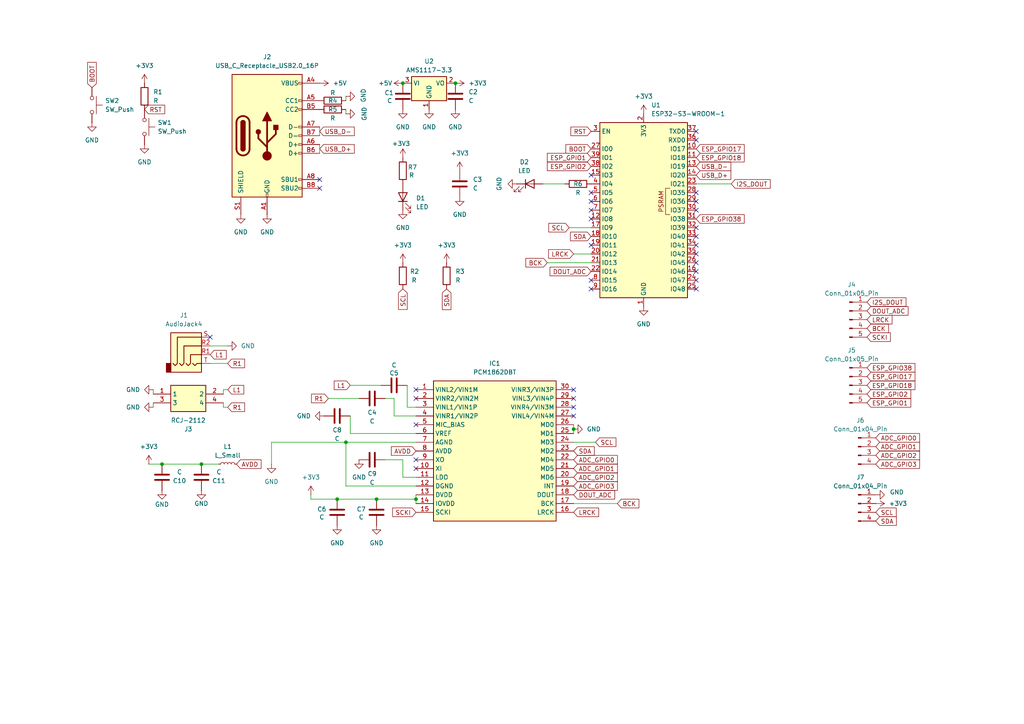
<source format=kicad_sch>
(kicad_sch (version 20231120) (generator "eeschema") (generator_version "8.0")
  (paper "A4")
  (lib_symbols
    (symbol "Connector:Conn_01x04_Pin" (pin_names (offset 1.016) hide)
      (property "Reference" "J" (at 0 5.08 0))
      (property "Value" "Conn_01x04_Pin" (at 0 -7.62 0))
      (symbol "Conn_01x04_Pin_1_1"
        (polyline (pts (xy 1.27 -5.08) (xy 0.8636 -5.08)) (stroke (width 0.1524)))
        (polyline (pts (xy 1.27 -2.54) (xy 0.8636 -2.54)) (stroke (width 0.1524)))
        (polyline (pts (xy 1.27 0) (xy 0.8636 0)) (stroke (width 0.1524)))
        (polyline (pts (xy 1.27 2.54) (xy 0.8636 2.54)) (stroke (width 0.1524)))
        (rectangle (start 0.8636 -4.953) (end 0 -5.207) (stroke (width 0.1524)) (fill (type outline)))
        (rectangle (start 0.8636 -2.413) (end 0 -2.667) (stroke (width 0.1524)) (fill (type outline)))
        (rectangle (start 0.8636 0.127) (end 0 -0.127) (stroke (width 0.1524)) (fill (type outline)))
        (rectangle (start 0.8636 2.667) (end 0 2.413) (stroke (width 0.1524)) (fill (type outline)))
        (pin passive line (at 5.08 2.54 180) (length 3.81) (name "Pin_1") (number "1"))
        (pin passive line (at 5.08 0 180) (length 3.81) (name "Pin_2") (number "2"))
        (pin passive line (at 5.08 -2.54 180) (length 3.81) (name "Pin_3") (number "3"))
        (pin passive line (at 5.08 -5.08 180) (length 3.81) (name "Pin_4") (number "4"))
      )
    )
    (symbol "Connector:Conn_01x05_Pin" (pin_names (offset 1.016) hide)
      (property "Reference" "J" (at 0 7.62 0))
      (property "Value" "Conn_01x05_Pin" (at 0 -7.62 0))
      (symbol "Conn_01x05_Pin_1_1"
        (polyline (pts (xy 1.27 -5.08) (xy 0.8636 -5.08)) (stroke (width 0.1524)))
        (polyline (pts (xy 1.27 -2.54) (xy 0.8636 -2.54)) (stroke (width 0.1524)))
        (polyline (pts (xy 1.27 0) (xy 0.8636 0)) (stroke (width 0.1524)))
        (polyline (pts (xy 1.27 2.54) (xy 0.8636 2.54)) (stroke (width 0.1524)))
        (polyline (pts (xy 1.27 5.08) (xy 0.8636 5.08)) (stroke (width 0.1524)))
        (rectangle (start 0.8636 -4.953) (end 0 -5.207) (stroke (width 0.1524)) (fill (type outline)))
        (rectangle (start 0.8636 -2.413) (end 0 -2.667) (stroke (width 0.1524)) (fill (type outline)))
        (rectangle (start 0.8636 0.127) (end 0 -0.127) (stroke (width 0.1524)) (fill (type outline)))
        (rectangle (start 0.8636 2.667) (end 0 2.413) (stroke (width 0.1524)) (fill (type outline)))
        (rectangle (start 0.8636 5.207) (end 0 4.953) (stroke (width 0.1524)) (fill (type outline)))
        (pin passive line (at 5.08 5.08 180) (length 3.81) (name "Pin_1") (number "1"))
        (pin passive line (at 5.08 2.54 180) (length 3.81) (name "Pin_2") (number "2"))
        (pin passive line (at 5.08 0 180) (length 3.81) (name "Pin_3") (number "3"))
        (pin passive line (at 5.08 -2.54 180) (length 3.81) (name "Pin_4") (number "4"))
        (pin passive line (at 5.08 -5.08 180) (length 3.81) (name "Pin_5") (number "5"))
      )
    )
    (symbol "Connector:USB_C_Receptacle_USB2.0_16P" (pin_names (offset 1.016))
      (property "Reference" "J" (at 0 22.225 0))
      (property "Value" "USB_C_Receptacle_USB2.0_16P" (at 0 19.685 0))
      (symbol "USB_C_Receptacle_USB2.0_16P_0_0"
        (rectangle (start -0.254 -17.78) (end 0.254 -16.764))
        (rectangle (start 10.16 -14.986) (end 9.144 -15.494))
        (rectangle (start 10.16 -12.446) (end 9.144 -12.954))
        (rectangle (start 10.16 -4.826) (end 9.144 -5.334))
        (rectangle (start 10.16 -2.286) (end 9.144 -2.794))
        (rectangle (start 10.16 0.254) (end 9.144 -0.254))
        (rectangle (start 10.16 2.794) (end 9.144 2.286))
        (rectangle (start 10.16 7.874) (end 9.144 7.366))
        (rectangle (start 10.16 10.414) (end 9.144 9.906))
        (rectangle (start 10.16 15.494) (end 9.144 14.986))
      )
      (symbol "USB_C_Receptacle_USB2.0_16P_0_1"
        (rectangle (start -10.16 17.78) (end 10.16 -17.78) (stroke (width 0.254)) (fill (type background)))
        (arc (start -8.89 -3.81) (mid -6.985 -5.7067) (end -5.08 -3.81) (stroke (width 0.508)))
        (arc (start -7.62 -3.81) (mid -6.985 -4.4423) (end -6.35 -3.81) (stroke (width 0.254)))
        (arc (start -7.62 -3.81) (mid -6.985 -4.4423) (end -6.35 -3.81) (stroke (width 0.254)) (fill (type outline)))
        (rectangle (start -7.62 -3.81) (end -6.35 3.81) (stroke (width 0.254)) (fill (type outline)))
        (arc (start -6.35 3.81) (mid -6.985 4.4423) (end -7.62 3.81) (stroke (width 0.254)))
        (arc (start -6.35 3.81) (mid -6.985 4.4423) (end -7.62 3.81) (stroke (width 0.254)) (fill (type outline)))
        (arc (start -5.08 3.81) (mid -6.985 5.7067) (end -8.89 3.81) (stroke (width 0.508)))
        (circle (center -2.54 1.143) (radius 0.635) (stroke (width 0.254)) (fill (type outline)))
        (circle (center 0 -5.842) (radius 1.27) (fill (type outline)))
        (polyline (pts (xy -8.89 -3.81) (xy -8.89 3.81)) (stroke (width 0.508)))
        (polyline (pts (xy -5.08 3.81) (xy -5.08 -3.81)) (stroke (width 0.508)))
        (polyline (pts (xy 0 -5.842) (xy 0 4.318)) (stroke (width 0.508)))
        (polyline (pts (xy 0 -3.302) (xy -2.54 -0.762) (xy -2.54 0.508)) (stroke (width 0.508)))
        (polyline (pts (xy 0 -2.032) (xy 2.54 0.508) (xy 2.54 1.778)) (stroke (width 0.508)))
        (polyline (pts (xy -1.27 4.318) (xy 0 6.858) (xy 1.27 4.318) (xy -1.27 4.318)) (stroke (width 0.254)) (fill (type outline)))
        (rectangle (start 1.905 1.778) (end 3.175 3.048) (stroke (width 0.254)) (fill (type outline)))
      )
      (symbol "USB_C_Receptacle_USB2.0_16P_1_1"
        (pin passive line (at 0 -22.86 90) (length 5.08) (name "GND") (number "A1"))
        (pin passive line (at 0 -22.86 90) (length 5.08) hide (name "GND") (number "A12"))
        (pin passive line (at 15.24 15.24 180) (length 5.08) (name "VBUS") (number "A4"))
        (pin bidirectional line (at 15.24 10.16 180) (length 5.08) (name "CC1") (number "A5"))
        (pin bidirectional line (at 15.24 -2.54 180) (length 5.08) (name "D+") (number "A6"))
        (pin bidirectional line (at 15.24 2.54 180) (length 5.08) (name "D-") (number "A7"))
        (pin bidirectional line (at 15.24 -12.7 180) (length 5.08) (name "SBU1") (number "A8"))
        (pin passive line (at 15.24 15.24 180) (length 5.08) hide (name "VBUS") (number "A9"))
        (pin passive line (at 0 -22.86 90) (length 5.08) hide (name "GND") (number "B1"))
        (pin passive line (at 0 -22.86 90) (length 5.08) hide (name "GND") (number "B12"))
        (pin passive line (at 15.24 15.24 180) (length 5.08) hide (name "VBUS") (number "B4"))
        (pin bidirectional line (at 15.24 7.62 180) (length 5.08) (name "CC2") (number "B5"))
        (pin bidirectional line (at 15.24 -5.08 180) (length 5.08) (name "D+") (number "B6"))
        (pin bidirectional line (at 15.24 0 180) (length 5.08) (name "D-") (number "B7"))
        (pin bidirectional line (at 15.24 -15.24 180) (length 5.08) (name "SBU2") (number "B8"))
        (pin passive line (at 15.24 15.24 180) (length 5.08) hide (name "VBUS") (number "B9"))
        (pin passive line (at -7.62 -22.86 90) (length 5.08) (name "SHIELD") (number "S1"))
      )
    )
    (symbol "Connector_Audio:AudioJack4"
      (property "Reference" "J" (at 0 8.89 0))
      (property "Value" "AudioJack4" (at 0 6.35 0))
      (symbol "AudioJack4_0_1"
        (rectangle (start -6.35 -5.08) (end -7.62 -7.62) (stroke (width 0.254)) (fill (type outline)))
        (polyline (pts (xy 0 -5.08) (xy 0.635 -5.715) (xy 1.27 -5.08) (xy 2.54 -5.08)) (stroke (width 0.254)))
        (polyline (pts (xy -5.715 -5.08) (xy -5.08 -5.715) (xy -4.445 -5.08) (xy -4.445 2.54) (xy 2.54 2.54)) (stroke (width 0.254)))
        (polyline (pts (xy -1.905 -5.08) (xy -1.27 -5.715) (xy -0.635 -5.08) (xy -0.635 -2.54) (xy 2.54 -2.54)) (stroke (width 0.254)))
        (polyline (pts (xy 2.54 0) (xy -2.54 0) (xy -2.54 -5.08) (xy -3.175 -5.715) (xy -3.81 -5.08)) (stroke (width 0.254)))
        (rectangle (start 2.54 3.81) (end -6.35 -7.62) (stroke (width 0.254)) (fill (type background)))
      )
      (symbol "AudioJack4_1_1"
        (pin passive line (at 5.08 -2.54 180) (length 2.54) (name "~") (number "R1"))
        (pin passive line (at 5.08 0 180) (length 2.54) (name "~") (number "R2"))
        (pin passive line (at 5.08 2.54 180) (length 2.54) (name "~") (number "S"))
        (pin passive line (at 5.08 -5.08 180) (length 2.54) (name "~") (number "T"))
      )
    )
    (symbol "Device:C" (pin_numbers hide) (pin_names (offset 0.254))
      (property "Reference" "C" (at 0.635 2.54 0))
      (property "Value" "C" (at 0.635 -2.54 0))
      (symbol "C_0_1"
        (polyline (pts (xy -2.032 -0.762) (xy 2.032 -0.762)) (stroke (width 0.508)))
        (polyline (pts (xy -2.032 0.762) (xy 2.032 0.762)) (stroke (width 0.508)))
      )
      (symbol "C_1_1"
        (pin passive line (at 0 3.81 270) (length 2.794) (name "~") (number "1"))
        (pin passive line (at 0 -3.81 90) (length 2.794) (name "~") (number "2"))
      )
    )
    (symbol "Device:LED" (pin_numbers hide) (pin_names (offset 1.016) hide)
      (property "Reference" "D" (at 0 2.54 0))
      (property "Value" "LED" (at 0 -2.54 0))
      (symbol "LED_0_1"
        (polyline (pts (xy -1.27 -1.27) (xy -1.27 1.27)) (stroke (width 0.254)))
        (polyline (pts (xy -1.27 0) (xy 1.27 0)))
        (polyline (pts (xy 1.27 -1.27) (xy 1.27 1.27) (xy -1.27 0) (xy 1.27 -1.27)) (stroke (width 0.254)))
        (polyline (pts (xy -3.048 -0.762) (xy -4.572 -2.286) (xy -3.81 -2.286) (xy -4.572 -2.286) (xy -4.572 -1.524)))
        (polyline (pts (xy -1.778 -0.762) (xy -3.302 -2.286) (xy -2.54 -2.286) (xy -3.302 -2.286) (xy -3.302 -1.524)))
      )
      (symbol "LED_1_1"
        (pin passive line (at -3.81 0 0) (length 2.54) (name "K") (number "1"))
        (pin passive line (at 3.81 0 180) (length 2.54) (name "A") (number "2"))
      )
    )
    (symbol "Device:L_Small" (pin_numbers hide) (pin_names (offset 0.254) hide)
      (property "Reference" "L" (at 0.762 1.016 0))
      (property "Value" "L_Small" (at 0.762 -1.016 0))
      (symbol "L_Small_0_1"
        (arc (start 0 -2.032) (mid 0.5058 -1.524) (end 0 -1.016))
        (arc (start 0 -1.016) (mid 0.5058 -0.508) (end 0 0))
        (arc (start 0 0) (mid 0.5058 0.508) (end 0 1.016))
        (arc (start 0 1.016) (mid 0.5058 1.524) (end 0 2.032))
      )
      (symbol "L_Small_1_1"
        (pin passive line (at 0 2.54 270) (length 0.508) (name "~") (number "1"))
        (pin passive line (at 0 -2.54 90) (length 0.508) (name "~") (number "2"))
      )
    )
    (symbol "Device:R" (pin_numbers hide) (pin_names (offset 0))
      (property "Reference" "R" (at 2.032 0 90))
      (property "Value" "R" (at 0 0 90))
      (symbol "R_0_1"
        (rectangle (start -1.016 -2.54) (end 1.016 2.54) (stroke (width 0.254)))
      )
      (symbol "R_1_1"
        (pin passive line (at 0 3.81 270) (length 1.27) (name "~") (number "1"))
        (pin passive line (at 0 -3.81 90) (length 1.27) (name "~") (number "2"))
      )
    )
    (symbol "PCM1862DBT:PCM1862DBT"
      (property "Reference" "IC" (at 41.91 7.62 0))
      (property "Value" "PCM1862DBT" (at 41.91 5.08 0))
      (symbol "PCM1862DBT_1_1"
        (rectangle (start 5.08 2.54) (end 40.64 -38.1) (stroke (width 0.254)) (fill (type background)))
        (pin passive line (at 0 0 0) (length 5.08) (name "VINL2/VIN1M") (number "1"))
        (pin passive line (at 0 -22.86 0) (length 5.08) (name "XI") (number "10"))
        (pin passive line (at 0 -25.4 0) (length 5.08) (name "LDO") (number "11"))
        (pin passive line (at 0 -27.94 0) (length 5.08) (name "DGND") (number "12"))
        (pin passive line (at 0 -30.48 0) (length 5.08) (name "DVDD") (number "13"))
        (pin passive line (at 0 -33.02 0) (length 5.08) (name "IOVDD") (number "14"))
        (pin passive line (at 0 -35.56 0) (length 5.08) (name "SCKI") (number "15"))
        (pin passive line (at 45.72 -35.56 180) (length 5.08) (name "LRCK") (number "16"))
        (pin passive line (at 45.72 -33.02 180) (length 5.08) (name "BCK") (number "17"))
        (pin passive line (at 45.72 -30.48 180) (length 5.08) (name "DOUT") (number "18"))
        (pin passive line (at 45.72 -27.94 180) (length 5.08) (name "INT") (number "19"))
        (pin passive line (at 0 -2.54 0) (length 5.08) (name "VINR2/VIN2M") (number "2"))
        (pin passive line (at 45.72 -25.4 180) (length 5.08) (name "MD6") (number "20"))
        (pin passive line (at 45.72 -22.86 180) (length 5.08) (name "MD5") (number "21"))
        (pin passive line (at 45.72 -20.32 180) (length 5.08) (name "MD4") (number "22"))
        (pin passive line (at 45.72 -17.78 180) (length 5.08) (name "MD2") (number "23"))
        (pin passive line (at 45.72 -15.24 180) (length 5.08) (name "MD3") (number "24"))
        (pin passive line (at 45.72 -12.7 180) (length 5.08) (name "MD1") (number "25"))
        (pin passive line (at 45.72 -10.16 180) (length 5.08) (name "MD0") (number "26"))
        (pin passive line (at 45.72 -7.62 180) (length 5.08) (name "VINL4/VIN4M") (number "27"))
        (pin passive line (at 45.72 -5.08 180) (length 5.08) (name "VINR4/VIN3M") (number "28"))
        (pin passive line (at 45.72 -2.54 180) (length 5.08) (name "VINL3/VIN4P") (number "29"))
        (pin passive line (at 0 -5.08 0) (length 5.08) (name "VINL1/VIN1P") (number "3"))
        (pin passive line (at 45.72 0 180) (length 5.08) (name "VINR3/VIN3P") (number "30"))
        (pin passive line (at 0 -7.62 0) (length 5.08) (name "VINR1/VIN2P") (number "4"))
        (pin passive line (at 0 -10.16 0) (length 5.08) (name "MIC_BIAS") (number "5"))
        (pin passive line (at 0 -12.7 0) (length 5.08) (name "VREF") (number "6"))
        (pin passive line (at 0 -15.24 0) (length 5.08) (name "AGND") (number "7"))
        (pin passive line (at 0 -17.78 0) (length 5.08) (name "AVDD") (number "8"))
        (pin passive line (at 0 -20.32 0) (length 5.08) (name "XO") (number "9"))
      )
    )
    (symbol "RCJ-2112:RCJ-2112"
      (property "Reference" "J" (at 16.51 7.62 0))
      (property "Value" "RCJ-2112" (at 16.51 5.08 0))
      (symbol "RCJ-2112_1_1"
        (rectangle (start 5.08 2.54) (end 15.24 -5.08) (stroke (width 0.254)) (fill (type background)))
        (pin passive line (at 20.32 -2.54 180) (length 5.08) (name "1") (number "1"))
        (pin passive line (at 0 -2.54 0) (length 5.08) (name "2") (number "2"))
        (pin passive line (at 20.32 0 180) (length 5.08) (name "3") (number "3"))
        (pin passive line (at 0 0 0) (length 5.08) (name "4") (number "4"))
      )
    )
    (symbol "RF_Module:ESP32-S3-WROOM-1"
      (property "Reference" "U" (at -12.7 26.67 0))
      (property "Value" "ESP32-S3-WROOM-1" (at 12.7 26.67 0))
      (symbol "ESP32-S3-WROOM-1_0_0"
        (rectangle (start -12.7 25.4) (end 12.7 -25.4) (stroke (width 0.254)) (fill (type background)))
        (text "PSRAM" (at 5.08 2.54 900) (effects (font (size 1.27 1.27))))
      )
      (symbol "ESP32-S3-WROOM-1_0_1"
        (polyline (pts (xy 7.62 -1.27) (xy 6.35 -1.27) (xy 6.35 6.35) (xy 7.62 6.35)))
      )
      (symbol "ESP32-S3-WROOM-1_1_1"
        (pin power_in line (at 0 -27.94 90) (length 2.54) (name "GND") (number "1"))
        (pin bidirectional line (at 15.24 17.78 180) (length 2.54) (name "IO17") (number "10"))
        (pin bidirectional line (at 15.24 15.24 180) (length 2.54) (name "IO18") (number "11"))
        (pin bidirectional line (at -15.24 -2.54 0) (length 2.54) (name "IO8") (number "12"))
        (pin bidirectional line (at 15.24 12.7 180) (length 2.54) (name "IO19") (number "13"))
        (pin bidirectional line (at 15.24 10.16 180) (length 2.54) (name "IO20") (number "14"))
        (pin bidirectional line (at -15.24 10.16 0) (length 2.54) (name "IO3") (number "15"))
        (pin bidirectional line (at 15.24 -17.78 180) (length 2.54) (name "IO46") (number "16"))
        (pin bidirectional line (at -15.24 -5.08 0) (length 2.54) (name "IO9") (number "17"))
        (pin bidirectional line (at -15.24 -7.62 0) (length 2.54) (name "IO10") (number "18"))
        (pin bidirectional line (at -15.24 -10.16 0) (length 2.54) (name "IO11") (number "19"))
        (pin power_in line (at 0 27.94 270) (length 2.54) (name "3V3") (number "2"))
        (pin bidirectional line (at -15.24 -12.7 0) (length 2.54) (name "IO12") (number "20"))
        (pin bidirectional line (at -15.24 -15.24 0) (length 2.54) (name "IO13") (number "21"))
        (pin bidirectional line (at -15.24 -17.78 0) (length 2.54) (name "IO14") (number "22"))
        (pin bidirectional line (at 15.24 7.62 180) (length 2.54) (name "IO21") (number "23"))
        (pin bidirectional line (at 15.24 -20.32 180) (length 2.54) (name "IO47") (number "24"))
        (pin bidirectional line (at 15.24 -22.86 180) (length 2.54) (name "IO48") (number "25"))
        (pin bidirectional line (at 15.24 -15.24 180) (length 2.54) (name "IO45") (number "26"))
        (pin bidirectional line (at -15.24 17.78 0) (length 2.54) (name "IO0") (number "27"))
        (pin bidirectional line (at 15.24 5.08 180) (length 2.54) (name "IO35") (number "28"))
        (pin bidirectional line (at 15.24 2.54 180) (length 2.54) (name "IO36") (number "29"))
        (pin input line (at -15.24 22.86 0) (length 2.54) (name "EN") (number "3"))
        (pin bidirectional line (at 15.24 0 180) (length 2.54) (name "IO37") (number "30"))
        (pin bidirectional line (at 15.24 -2.54 180) (length 2.54) (name "IO38") (number "31"))
        (pin bidirectional line (at 15.24 -5.08 180) (length 2.54) (name "IO39") (number "32"))
        (pin bidirectional line (at 15.24 -7.62 180) (length 2.54) (name "IO40") (number "33"))
        (pin bidirectional line (at 15.24 -10.16 180) (length 2.54) (name "IO41") (number "34"))
        (pin bidirectional line (at 15.24 -12.7 180) (length 2.54) (name "IO42") (number "35"))
        (pin bidirectional line (at 15.24 20.32 180) (length 2.54) (name "RXD0") (number "36"))
        (pin bidirectional line (at 15.24 22.86 180) (length 2.54) (name "TXD0") (number "37"))
        (pin bidirectional line (at -15.24 12.7 0) (length 2.54) (name "IO2") (number "38"))
        (pin bidirectional line (at -15.24 15.24 0) (length 2.54) (name "IO1") (number "39"))
        (pin bidirectional line (at -15.24 7.62 0) (length 2.54) (name "IO4") (number "4"))
        (pin passive line (at 0 -27.94 90) (length 2.54) hide (name "GND") (number "40"))
        (pin passive line (at 0 -27.94 90) (length 2.54) hide (name "GND") (number "41"))
        (pin bidirectional line (at -15.24 5.08 0) (length 2.54) (name "IO5") (number "5"))
        (pin bidirectional line (at -15.24 2.54 0) (length 2.54) (name "IO6") (number "6"))
        (pin bidirectional line (at -15.24 0 0) (length 2.54) (name "IO7") (number "7"))
        (pin bidirectional line (at -15.24 -20.32 0) (length 2.54) (name "IO15") (number "8"))
        (pin bidirectional line (at -15.24 -22.86 0) (length 2.54) (name "IO16") (number "9"))
      )
    )
    (symbol "Regulator_Linear:AMS1117-3.3"
      (property "Reference" "U" (at -3.81 3.175 0))
      (property "Value" "AMS1117-3.3" (at 0 3.175 0))
      (symbol "AMS1117-3.3_0_1"
        (rectangle (start -5.08 -5.08) (end 5.08 1.905) (stroke (width 0.254)) (fill (type background)))
      )
      (symbol "AMS1117-3.3_1_1"
        (pin power_in line (at 0 -7.62 90) (length 2.54) (name "GND") (number "1"))
        (pin power_out line (at 7.62 0 180) (length 2.54) (name "VO") (number "2"))
        (pin power_in line (at -7.62 0 0) (length 2.54) (name "VI") (number "3"))
      )
    )
    (symbol "Switch:SW_Push" (pin_numbers hide) (pin_names (offset 1.016) hide)
      (property "Reference" "SW" (at 1.27 2.54 0))
      (property "Value" "SW_Push" (at 0 -1.524 0))
      (symbol "SW_Push_0_1"
        (circle (center -2.032 0) (radius 0.508))
        (polyline (pts (xy 0 1.27) (xy 0 3.048)))
        (polyline (pts (xy 2.54 1.27) (xy -2.54 1.27)))
        (circle (center 2.032 0) (radius 0.508))
        (pin passive line (at -5.08 0 0) (length 2.54) (name "1") (number "1"))
        (pin passive line (at 5.08 0 180) (length 2.54) (name "2") (number "2"))
      )
    )
    (symbol "power:+3V3" (power) (pin_numbers hide) (pin_names (offset 0) hide)
      (property "Value" "+3V3" (at 0 3.556 0))
      (symbol "+3V3_0_1"
        (polyline (pts (xy -0.762 1.27) (xy 0 2.54)))
        (polyline (pts (xy 0 0) (xy 0 2.54)))
        (polyline (pts (xy 0 2.54) (xy 0.762 1.27)))
      )
      (symbol "+3V3_1_1"
        (pin power_in line (at 0 0 90) (length 0) (name "~") (number "1"))
      )
    )
    (symbol "power:+5V" (power) (pin_numbers hide) (pin_names (offset 0) hide)
      (property "Value" "+5V" (at 0 3.556 0))
      (symbol "+5V_0_1"
        (polyline (pts (xy -0.762 1.27) (xy 0 2.54)))
        (polyline (pts (xy 0 0) (xy 0 2.54)))
        (polyline (pts (xy 0 2.54) (xy 0.762 1.27)))
      )
      (symbol "+5V_1_1"
        (pin power_in line (at 0 0 90) (length 0) (name "~") (number "1"))
      )
    )
    (symbol "power:GND" (power) (pin_numbers hide) (pin_names (offset 0) hide)
      (property "Value" "GND" (at 0 -3.81 0))
      (symbol "GND_0_1"
        (polyline (pts (xy 0 0) (xy 0 -1.27) (xy 1.27 -1.27) (xy 0 -2.54) (xy -1.27 -1.27) (xy 0 -1.27)))
      )
      (symbol "GND_1_1"
        (pin power_in line (at 0 0 270) (length 0) (name "~") (number "1"))
      )
    )
  )
  (junction (at 46.99 134.62))
  (junction (at 116.84 24.13))
  (junction (at 109.22 144.78))
  (junction (at 58.42 134.62))
  (junction (at 132.08 24.13))
  (junction (at 120.65 144.78))
  (junction (at 100.33 128.27))
  (junction (at 97.79 144.78))
  (junction (at 166.37 124.46))
  (no_connect (at 201.93 40.64))
  (no_connect (at 171.45 58.42))
  (no_connect (at 171.45 83.82))
  (no_connect (at 120.65 133.35))
  (no_connect (at 171.45 55.88))
  (no_connect (at 120.65 123.19))
  (no_connect (at 201.93 76.2))
  (no_connect (at 120.65 113.03))
  (no_connect (at 201.93 55.88))
  (no_connect (at 92.71 54.61))
  (no_connect (at 201.93 81.28))
  (no_connect (at 166.37 113.03))
  (no_connect (at 201.93 60.96))
  (no_connect (at 166.37 118.11))
  (no_connect (at 60.96 97.79))
  (no_connect (at 201.93 38.1))
  (no_connect (at 201.93 66.04))
  (no_connect (at 120.65 135.89))
  (no_connect (at 201.93 71.12))
  (no_connect (at 201.93 68.58))
  (no_connect (at 201.93 83.82))
  (no_connect (at 171.45 81.28))
  (no_connect (at 166.37 120.65))
  (no_connect (at 201.93 73.66))
  (no_connect (at 201.93 78.74))
  (no_connect (at 171.45 50.8))
  (no_connect (at 120.65 115.57))
  (no_connect (at 201.93 58.42))
  (no_connect (at 92.71 52.07))
  (no_connect (at 166.37 115.57))
  (no_connect (at 171.45 71.12))
  (no_connect (at 171.45 63.5))
  (no_connect (at 171.45 60.96))
  (wire (pts (xy 100.33 140.97) (xy 100.33 128.27)))
  (wire (pts (xy 120.65 118.11) (xy 118.11 118.11)))
  (wire (pts (xy 44.45 113.03) (xy 44.45 114.3)))
  (wire (pts (xy 90.17 144.78) (xy 90.17 143.51)))
  (wire (pts (xy 100.33 128.27) (xy 78.74 128.27)))
  (wire (pts (xy 58.42 134.62) (xy 63.5 134.62)))
  (wire (pts (xy 166.37 73.66) (xy 171.45 73.66)))
  (wire (pts (xy 109.22 144.78) (xy 97.79 144.78)))
  (wire (pts (xy 78.74 128.27) (xy 78.74 134.62)))
  (wire (pts (xy 179.07 146.05) (xy 166.37 146.05)))
  (wire (pts (xy 100.33 33.02) (xy 100.33 31.75)))
  (wire (pts (xy 157.48 53.34) (xy 163.83 53.34)))
  (wire (pts (xy 64.77 118.11) (xy 64.77 116.84)))
  (wire (pts (xy 212.09 53.34) (xy 201.93 53.34)))
  (wire (pts (xy 114.3 120.65) (xy 120.65 120.65)))
  (wire (pts (xy 95.25 115.57) (xy 104.14 115.57)))
  (wire (pts (xy 111.76 133.35) (xy 116.84 133.35)))
  (wire (pts (xy 116.84 133.35) (xy 116.84 138.43)))
  (wire (pts (xy 100.33 27.94) (xy 100.33 29.21)))
  (wire (pts (xy 166.37 124.46) (xy 166.37 125.73)))
  (wire (pts (xy 165.1 66.04) (xy 171.45 66.04)))
  (wire (pts (xy 66.04 118.11) (xy 64.77 118.11)))
  (wire (pts (xy 158.75 76.2) (xy 171.45 76.2)))
  (wire (pts (xy 92.71 41.91) (xy 92.71 44.45)))
  (wire (pts (xy 120.65 140.97) (xy 100.33 140.97)))
  (wire (pts (xy 120.65 144.78) (xy 120.65 146.05)))
  (wire (pts (xy 92.71 36.83) (xy 92.71 39.37)))
  (wire (pts (xy 43.18 134.62) (xy 46.99 134.62)))
  (wire (pts (xy 97.79 144.78) (xy 90.17 144.78)))
  (wire (pts (xy 120.65 125.73) (xy 101.6 125.73)))
  (wire (pts (xy 66.04 113.03) (xy 64.77 113.03)))
  (wire (pts (xy 44.45 118.11) (xy 44.45 116.84)))
  (wire (pts (xy 116.84 138.43) (xy 120.65 138.43)))
  (wire (pts (xy 66.04 105.41) (xy 60.96 105.41)))
  (wire (pts (xy 46.99 134.62) (xy 58.42 134.62)))
  (wire (pts (xy 120.65 144.78) (xy 109.22 144.78)))
  (wire (pts (xy 114.3 115.57) (xy 114.3 120.65)))
  (wire (pts (xy 120.65 143.51) (xy 120.65 144.78)))
  (wire (pts (xy 111.76 115.57) (xy 114.3 115.57)))
  (wire (pts (xy 172.72 128.27) (xy 166.37 128.27)))
  (wire (pts (xy 66.04 100.33) (xy 60.96 100.33)))
  (wire (pts (xy 101.6 125.73) (xy 101.6 120.65)))
  (wire (pts (xy 64.77 113.03) (xy 64.77 114.3)))
  (wire (pts (xy 120.65 128.27) (xy 100.33 128.27)))
  (wire (pts (xy 118.11 118.11) (xy 118.11 111.76)))
  (wire (pts (xy 110.49 111.76) (xy 101.6 111.76)))
  (wire (pts (xy 166.37 123.19) (xy 166.37 124.46)))
  (global_label "ADC_GPIO1" (shape input) (at 166.37 135.89 0) (property "Intersheetrefs" "${INTERSHEET_REFS}" (effects (hide yes))))
  (global_label "ADC_GPIO3" (shape input) (at 254 134.62 0) (property "Intersheetrefs" "${INTERSHEET_REFS}" (effects (hide yes))))
  (global_label "SCL" (shape input) (at 165.1 66.04 180) (property "Intersheetrefs" "${INTERSHEET_REFS}" (effects (hide yes))))
  (global_label "ADC_GPIO3" (shape input) (at 166.37 140.97 0) (property "Intersheetrefs" "${INTERSHEET_REFS}" (effects (hide yes))))
  (global_label "ESP_GPIO18" (shape input) (at 201.93 45.72 0) (property "Intersheetrefs" "${INTERSHEET_REFS}" (effects (hide yes))))
  (global_label "ADC_GPIO1" (shape input) (at 254 129.54 0) (property "Intersheetrefs" "${INTERSHEET_REFS}" (effects (hide yes))))
  (global_label "ADC_GPIO0" (shape input) (at 254 127 0) (property "Intersheetrefs" "${INTERSHEET_REFS}" (effects (hide yes))))
  (global_label "LRCK" (shape input) (at 166.37 148.59 0) (property "Intersheetrefs" "${INTERSHEET_REFS}" (effects (hide yes))))
  (global_label "DOUT_ADC" (shape input) (at 171.45 78.74 180) (property "Intersheetrefs" "${INTERSHEET_REFS}" (effects (hide yes))))
  (global_label "I2S_DOUT" (shape input) (at 251.46 87.63 0) (property "Intersheetrefs" "${INTERSHEET_REFS}" (effects (hide yes))))
  (global_label "BOOT" (shape input) (at 26.67 25.4 90) (property "Intersheetrefs" "${INTERSHEET_REFS}" (effects (hide yes))))
  (global_label "SCL" (shape input) (at 254 148.59 0) (property "Intersheetrefs" "${INTERSHEET_REFS}" (effects (hide yes))))
  (global_label "SDA" (shape input) (at 254 151.13 0) (property "Intersheetrefs" "${INTERSHEET_REFS}" (effects (hide yes))))
  (global_label "I2S_DOUT" (shape input) (at 212.09 53.34 0) (property "Intersheetrefs" "${INTERSHEET_REFS}" (effects (hide yes))))
  (global_label "L1" (shape input) (at 101.6 111.76 180) (property "Intersheetrefs" "${INTERSHEET_REFS}" (effects (hide yes))))
  (global_label "SDA" (shape input) (at 171.45 68.58 180) (property "Intersheetrefs" "${INTERSHEET_REFS}" (effects (hide yes))))
  (global_label "L1" (shape input) (at 66.04 113.03 0) (property "Intersheetrefs" "${INTERSHEET_REFS}" (effects (hide yes))))
  (global_label "SCL" (shape input) (at 172.72 128.27 0) (property "Intersheetrefs" "${INTERSHEET_REFS}" (effects (hide yes))))
  (global_label "ESP_GPIO17" (shape input) (at 251.46 109.22 0) (property "Intersheetrefs" "${INTERSHEET_REFS}" (effects (hide yes))))
  (global_label "ESP_GPIO38" (shape input) (at 251.46 106.68 0) (property "Intersheetrefs" "${INTERSHEET_REFS}" (effects (hide yes))))
  (global_label "R1" (shape input) (at 66.04 105.41 0) (property "Intersheetrefs" "${INTERSHEET_REFS}" (effects (hide yes))))
  (global_label "BOOT" (shape input) (at 171.45 43.18 180) (property "Intersheetrefs" "${INTERSHEET_REFS}" (effects (hide yes))))
  (global_label "SCKI" (shape input) (at 251.46 97.79 0) (property "Intersheetrefs" "${INTERSHEET_REFS}" (effects (hide yes))))
  (global_label "LRCK" (shape input) (at 251.46 92.71 0) (property "Intersheetrefs" "${INTERSHEET_REFS}" (effects (hide yes))))
  (global_label "ESP_GPIO17" (shape input) (at 201.93 43.18 0) (property "Intersheetrefs" "${INTERSHEET_REFS}" (effects (hide yes))))
  (global_label "ADC_GPIO2" (shape input) (at 166.37 138.43 0) (property "Intersheetrefs" "${INTERSHEET_REFS}" (effects (hide yes))))
  (global_label "BCK" (shape input) (at 251.46 95.25 0) (property "Intersheetrefs" "${INTERSHEET_REFS}" (effects (hide yes))))
  (global_label "SDA" (shape input) (at 129.54 83.82 270) (property "Intersheetrefs" "${INTERSHEET_REFS}" (effects (hide yes))))
  (global_label "R1" (shape input) (at 95.25 115.57 180) (property "Intersheetrefs" "${INTERSHEET_REFS}" (effects (hide yes))))
  (global_label "SCL" (shape input) (at 116.84 83.82 270) (property "Intersheetrefs" "${INTERSHEET_REFS}" (effects (hide yes))))
  (global_label "DOUT_ADC" (shape input) (at 166.37 143.51 0) (property "Intersheetrefs" "${INTERSHEET_REFS}" (effects (hide yes))))
  (global_label "ESP_GPIO2" (shape input) (at 171.45 48.26 180) (property "Intersheetrefs" "${INTERSHEET_REFS}" (effects (hide yes))))
  (global_label "ADC_GPIO0" (shape input) (at 166.37 133.35 0) (property "Intersheetrefs" "${INTERSHEET_REFS}" (effects (hide yes))))
  (global_label "ESP_GPIO38" (shape input) (at 201.93 63.5 0) (property "Intersheetrefs" "${INTERSHEET_REFS}" (effects (hide yes))))
  (global_label "LRCK" (shape input) (at 166.37 73.66 180) (property "Intersheetrefs" "${INTERSHEET_REFS}" (effects (hide yes))))
  (global_label "DOUT_ADC" (shape input) (at 251.46 90.17 0) (property "Intersheetrefs" "${INTERSHEET_REFS}" (effects (hide yes))))
  (global_label "RST" (shape input) (at 41.91 31.75 0) (property "Intersheetrefs" "${INTERSHEET_REFS}" (effects (hide yes))))
  (global_label "SDA" (shape input) (at 166.37 130.81 0) (property "Intersheetrefs" "${INTERSHEET_REFS}" (effects (hide yes))))
  (global_label "AVDD" (shape input) (at 120.65 130.81 180) (property "Intersheetrefs" "${INTERSHEET_REFS}" (effects (hide yes))))
  (global_label "ADC_GPIO2" (shape input) (at 254 132.08 0) (property "Intersheetrefs" "${INTERSHEET_REFS}" (effects (hide yes))))
  (global_label "USB_D+" (shape input) (at 201.93 50.8 0) (property "Intersheetrefs" "${INTERSHEET_REFS}" (effects (hide yes))))
  (global_label "RST" (shape input) (at 171.45 38.1 180) (property "Intersheetrefs" "${INTERSHEET_REFS}" (effects (hide yes))))
  (global_label "ESP_GPIO1" (shape input) (at 171.45 45.72 180) (property "Intersheetrefs" "${INTERSHEET_REFS}" (effects (hide yes))))
  (global_label "ESP_GPIO18" (shape input) (at 251.46 111.76 0) (property "Intersheetrefs" "${INTERSHEET_REFS}" (effects (hide yes))))
  (global_label "BCK" (shape input) (at 158.75 76.2 180) (property "Intersheetrefs" "${INTERSHEET_REFS}" (effects (hide yes))))
  (global_label "ESP_GPIO2" (shape input) (at 251.46 114.3 0) (property "Intersheetrefs" "${INTERSHEET_REFS}" (effects (hide yes))))
  (global_label "R1" (shape input) (at 66.04 118.11 0) (property "Intersheetrefs" "${INTERSHEET_REFS}" (effects (hide yes))))
  (global_label "USB_D+" (shape input) (at 92.71 43.18 0) (property "Intersheetrefs" "${INTERSHEET_REFS}" (effects (hide yes))))
  (global_label "L1" (shape input) (at 60.96 102.87 0) (property "Intersheetrefs" "${INTERSHEET_REFS}" (effects (hide yes))))
  (global_label "AVDD" (shape input) (at 68.58 134.62 0) (property "Intersheetrefs" "${INTERSHEET_REFS}" (effects (hide yes))))
  (global_label "BCK" (shape input) (at 179.07 146.05 0) (property "Intersheetrefs" "${INTERSHEET_REFS}" (effects (hide yes))))
  (global_label "USB_D-" (shape input) (at 92.71 38.1 0) (property "Intersheetrefs" "${INTERSHEET_REFS}" (effects (hide yes))))
  (global_label "USB_D-" (shape input) (at 201.93 48.26 0) (property "Intersheetrefs" "${INTERSHEET_REFS}" (effects (hide yes))))
  (global_label "ESP_GPIO1" (shape input) (at 251.46 116.84 0) (property "Intersheetrefs" "${INTERSHEET_REFS}" (effects (hide yes))))
  (global_label "SCKI" (shape input) (at 120.65 148.59 180) (property "Intersheetrefs" "${INTERSHEET_REFS}" (effects (hide yes))))
  (symbol (lib_id "power:+3V3") (at 41.91 24.13 0) (unit 1)
    (property "Reference" "#PWR02" (effects (hide yes)))
    (property "Value" "+3V3" (at 41.91 19.05 0))
    (property "Description" "Power symbol creates a global label with name \"+3V3\"" (effects (hide yes)))
  )
  (symbol (lib_id "power:GND") (at 100.33 33.02 90) (unit 1)
    (property "Reference" "#PWR019" (effects (hide yes)))
    (property "Value" "GND" (at 105.664 33.02 0))
    (property "Description" "Power symbol creates a global label with name \"GND\" , ground" (effects (hide yes)))
  )
  (symbol (lib_id "power:+5V") (at 116.84 24.13 90) (unit 1)
    (property "Reference" "#PWR015" (effects (hide yes)))
    (property "Value" "+5V" (at 111.76 24.13 90))
    (property "Description" "Power symbol creates a global label with name \"+5V\"" (effects (hide yes)))
  )
  (symbol (lib_id "power:GND") (at 41.91 41.91 0) (unit 1)
    (property "Reference" "#PWR01" (effects (hide yes)))
    (property "Value" "GND" (at 41.91 46.99 0))
    (property "Description" "Power symbol creates a global label with name \"GND\" , ground" (effects (hide yes)))
  )
  (symbol (lib_id "Connector:Conn_01x04_Pin") (at 248.92 146.05 0) (unit 1)
    (property "Reference" "J7" (at 249.555 138.43 0))
    (property "Value" "Conn_01x04_Pin" (at 249.555 140.97 0))
    (property "Description" "Generic connector, single row, 01x04, script generated" (effects (hide yes)))
  )
  (symbol (lib_id "power:+3V3") (at 129.54 76.2 0) (unit 1)
    (property "Reference" "#PWR05" (effects (hide yes)))
    (property "Value" "+3V3" (at 129.54 71.12 0))
    (property "Description" "Power symbol creates a global label with name \"+3V3\"" (effects (hide yes)))
  )
  (symbol (lib_id "Device:C") (at 107.95 115.57 90) (unit 1)
    (property "Reference" "C4" (at 107.95 119.634 90))
    (property "Value" "C" (at 107.95 122.174 90))
    (property "Description" "Unpolarized capacitor" (effects (hide yes)))
  )
  (symbol (lib_id "power:GND") (at 116.84 60.96 0) (unit 1)
    (property "Reference" "#PWR035" (effects (hide yes)))
    (property "Value" "GND" (at 116.84 66.04 0))
    (property "Description" "Power symbol creates a global label with name \"GND\" , ground" (effects (hide yes)))
  )
  (symbol (lib_id "power:GND") (at 149.86 53.34 270) (unit 1)
    (property "Reference" "#PWR036" (effects (hide yes)))
    (property "Value" "GND" (at 144.78 53.34 0))
    (property "Description" "Power symbol creates a global label with name \"GND\" , ground" (effects (hide yes)))
  )
  (symbol (lib_id "power:GND") (at 124.46 31.75 0) (unit 1)
    (property "Reference" "#PWR09" (effects (hide yes)))
    (property "Value" "GND" (at 124.46 36.83 0))
    (property "Description" "Power symbol creates a global label with name \"GND\" , ground" (effects (hide yes)))
  )
  (symbol (lib_id "power:GND") (at 97.79 152.4 0) (unit 1)
    (property "Reference" "#PWR025" (effects (hide yes)))
    (property "Value" "GND" (at 97.79 157.48 0))
    (property "Description" "Power symbol creates a global label with name \"GND\" , ground" (effects (hide yes)))
  )
  (symbol (lib_id "power:+3V3") (at 116.84 76.2 0) (unit 1)
    (property "Reference" "#PWR04" (effects (hide yes)))
    (property "Value" "+3V3" (at 116.84 71.12 0))
    (property "Description" "Power symbol creates a global label with name \"+3V3\"" (effects (hide yes)))
  )
  (symbol (lib_id "Device:C") (at 132.08 27.94 0) (unit 1)
    (property "Reference" "C2" (at 135.89 26.6699 0) (effects (justify left)))
    (property "Value" "C" (at 135.89 29.2099 0) (effects (justify left)))
    (property "Description" "Unpolarized capacitor" (effects (hide yes)))
  )
  (symbol (lib_id "power:GND") (at 46.99 142.24 0) (unit 1)
    (property "Reference" "#PWR030" (effects (hide yes)))
    (property "Value" "GND" (at 49.022 146.304 0) (effects (justify right)))
    (property "Description" "Power symbol creates a global label with name \"GND\" , ground" (effects (hide yes)))
  )
  (symbol (lib_id "power:+3V3") (at 133.35 49.53 0) (unit 1)
    (property "Reference" "#PWR06" (effects (hide yes)))
    (property "Value" "+3V3" (at 133.35 44.45 0))
    (property "Description" "Power symbol creates a global label with name \"+3V3\"" (effects (hide yes)))
  )
  (symbol (lib_id "Connector:Conn_01x05_Pin") (at 246.38 111.76 0) (unit 1)
    (property "Reference" "J5" (at 247.015 101.6 0))
    (property "Value" "Conn_01x05_Pin" (at 247.015 104.14 0))
    (property "Description" "Generic connector, single row, 01x05, script generated" (effects (hide yes)))
  )
  (symbol (lib_id "Connector:Conn_01x04_Pin") (at 248.92 129.54 0) (unit 1)
    (property "Reference" "J6" (at 249.555 121.92 0))
    (property "Value" "Conn_01x04_Pin" (at 249.555 124.46 0))
    (property "Description" "Generic connector, single row, 01x04, script generated" (effects (hide yes)))
  )
  (symbol (lib_id "Switch:SW_Push") (at 41.91 36.83 270) (unit 1)
    (property "Reference" "SW1" (at 45.72 35.5599 90) (effects (justify left)))
    (property "Value" "SW_Push" (at 45.72 38.0999 90) (effects (justify left)))
    (property "Description" "Push button switch, generic, two pins" (effects (hide yes)))
  )
  (symbol (lib_id "power:GND") (at 254 143.51 90) (unit 1)
    (property "Reference" "#PWR034" (effects (hide yes)))
    (property "Value" "GND" (at 258.064 142.748 90) (effects (justify right)))
    (property "Description" "Power symbol creates a global label with name \"GND\" , ground" (effects (hide yes)))
  )
  (symbol (lib_id "Device:C") (at 114.3 111.76 90) (unit 1)
    (property "Reference" "C5" (at 114.3 108.204 90))
    (property "Value" "C" (at 114.3 105.918 90))
    (property "Description" "Unpolarized capacitor" (effects (hide yes)))
  )
  (symbol (lib_id "Device:R") (at 96.52 29.21 90) (unit 1)
    (property "Reference" "R4" (at 96.52 29.21 90))
    (property "Value" "R" (at 96.52 26.924 90))
    (property "Description" "Resistor" (effects (hide yes)))
  )
  (symbol (lib_id "Device:C") (at 133.35 53.34 0) (unit 1)
    (property "Reference" "C3" (at 137.16 52.0699 0) (effects (justify left)))
    (property "Value" "C" (at 137.16 54.6099 0) (effects (justify left)))
    (property "Description" "Unpolarized capacitor" (effects (hide yes)))
  )
  (symbol (lib_id "power:GND") (at 26.67 35.56 0) (unit 1)
    (property "Reference" "#PWR03" (effects (hide yes)))
    (property "Value" "GND" (at 26.67 40.64 0))
    (property "Description" "Power symbol creates a global label with name \"GND\" , ground" (effects (hide yes)))
  )
  (symbol (lib_id "power:GND") (at 104.14 133.35 0) (unit 1)
    (property "Reference" "#PWR028" (effects (hide yes)))
    (property "Value" "GND" (at 104.14 138.43 0))
    (property "Description" "Power symbol creates a global label with name \"GND\" , ground" (effects (hide yes)))
  )
  (symbol (lib_id "power:+3V3") (at 43.18 134.62 0) (unit 1)
    (property "Reference" "#PWR032" (effects (hide yes)))
    (property "Value" "+3V3" (at 43.18 129.54 0))
    (property "Description" "Power symbol creates a global label with name \"+3V3\"" (effects (hide yes)))
  )
  (symbol (lib_id "power:GND") (at 132.08 31.75 0) (unit 1)
    (property "Reference" "#PWR011" (effects (hide yes)))
    (property "Value" "GND" (at 132.08 36.83 0))
    (property "Description" "Power symbol creates a global label with name \"GND\" , ground" (effects (hide yes)))
  )
  (symbol (lib_id "power:GND") (at 44.45 113.03 270) (unit 1)
    (property "Reference" "#PWR023" (effects (hide yes)))
    (property "Value" "GND" (at 40.64 113.0301 90) (effects (justify right)))
    (property "Description" "Power symbol creates a global label with name \"GND\" , ground" (effects (hide yes)))
  )
  (symbol (lib_id "power:GND") (at 66.04 100.33 90) (unit 1)
    (property "Reference" "#PWR021" (effects (hide yes)))
    (property "Value" "GND" (at 69.85 100.3299 90) (effects (justify right)))
    (property "Description" "Power symbol creates a global label with name \"GND\" , ground" (effects (hide yes)))
  )
  (symbol (lib_id "Device:C") (at 97.79 148.59 180) (unit 1)
    (property "Reference" "C6" (at 93.345 147.701 0))
    (property "Value" "C" (at 93.345 149.987 0))
    (property "Description" "Unpolarized capacitor" (effects (hide yes)))
  )
  (symbol (lib_id "Device:C") (at 109.22 148.59 180) (unit 1)
    (property "Reference" "C7" (at 104.775 147.701 0))
    (property "Value" "C" (at 104.775 149.987 0))
    (property "Description" "Unpolarized capacitor" (effects (hide yes)))
  )
  (symbol (lib_id "power:GND") (at 69.85 62.23 0) (unit 1)
    (property "Reference" "#PWR014" (effects (hide yes)))
    (property "Value" "GND" (at 69.85 67.31 0))
    (property "Description" "Power symbol creates a global label with name \"GND\" , ground" (effects (hide yes)))
  )
  (symbol (lib_id "Device:R") (at 129.54 80.01 0) (unit 1)
    (property "Reference" "R3" (at 132.08 78.7399 0) (effects (justify left)))
    (property "Value" "R" (at 132.08 81.2799 0) (effects (justify left)))
    (property "Description" "Resistor" (effects (hide yes)))
  )
  (symbol (lib_id "power:GND") (at 133.35 57.15 0) (unit 1)
    (property "Reference" "#PWR08" (effects (hide yes)))
    (property "Value" "GND" (at 133.35 62.23 0))
    (property "Description" "Power symbol creates a global label with name \"GND\" , ground" (effects (hide yes)))
  )
  (symbol (lib_id "Device:C") (at 107.95 133.35 90) (unit 1)
    (property "Reference" "C9" (at 107.95 137.414 90))
    (property "Value" "C" (at 107.95 139.954 90))
    (property "Description" "Unpolarized capacitor" (effects (hide yes)))
  )
  (symbol (lib_id "power:GND") (at 44.45 118.11 270) (unit 1)
    (property "Reference" "#PWR022" (effects (hide yes)))
    (property "Value" "GND" (at 40.64 118.1101 90) (effects (justify right)))
    (property "Description" "Power symbol creates a global label with name \"GND\" , ground" (effects (hide yes)))
  )
  (symbol (lib_id "Device:LED") (at 116.84 57.15 90) (unit 1)
    (property "Reference" "D1" (at 120.65 57.4674 90) (effects (justify right)))
    (property "Value" "LED" (at 120.65 60.0074 90) (effects (justify right)))
    (property "Description" "Light emitting diode" (effects (hide yes)))
  )
  (symbol (lib_id "power:+3V3") (at 90.17 143.51 0) (unit 1)
    (property "Reference" "#PWR024" (effects (hide yes)))
    (property "Value" "+3V3" (at 90.17 138.43 0))
    (property "Description" "Power symbol creates a global label with name \"+3V3\"" (effects (hide yes)))
  )
  (symbol (lib_id "power:GND") (at 93.98 120.65 270) (unit 1)
    (property "Reference" "#PWR027" (effects (hide yes)))
    (property "Value" "GND" (at 90.17 120.6499 90) (effects (justify right)))
    (property "Description" "Power symbol creates a global label with name \"GND\" , ground" (effects (hide yes)))
  )
  (symbol (lib_id "power:GND") (at 116.84 31.75 0) (unit 1)
    (property "Reference" "#PWR012" (effects (hide yes)))
    (property "Value" "GND" (at 116.84 36.83 0))
    (property "Description" "Power symbol creates a global label with name \"GND\" , ground" (effects (hide yes)))
  )
  (symbol (lib_id "Device:LED") (at 153.67 53.34 0) (unit 1)
    (property "Reference" "D2" (at 152.0825 46.99 0))
    (property "Value" "LED" (at 152.0825 49.53 0))
    (property "Description" "Light emitting diode" (effects (hide yes)))
  )
  (symbol (lib_id "power:GND") (at 186.69 88.9 0) (unit 1)
    (property "Reference" "#PWR010" (effects (hide yes)))
    (property "Value" "GND" (at 186.69 93.98 0))
    (property "Description" "Power symbol creates a global label with name \"GND\" , ground" (effects (hide yes)))
  )
  (symbol (lib_id "Device:L_Small") (at 66.04 134.62 90) (unit 1)
    (property "Reference" "L1" (at 66.04 129.54 90))
    (property "Value" "L_Small" (at 66.04 132.08 90))
    (property "Description" "Inductor, small symbol" (effects (hide yes)))
  )
  (symbol (lib_id "Device:R") (at 41.91 27.94 180) (unit 1)
    (property "Reference" "R1" (at 44.45 26.6699 0) (effects (justify right)))
    (property "Value" "R" (at 44.45 29.2099 0) (effects (justify right)))
    (property "Description" "Resistor" (effects (hide yes)))
  )
  (symbol (lib_id "Device:C") (at 116.84 27.94 0) (unit 1)
    (property "Reference" "C1" (at 111.506 26.924 0) (effects (justify left)))
    (property "Value" "C" (at 112.268 29.21 0) (effects (justify left)))
    (property "Description" "Unpolarized capacitor" (effects (hide yes)))
  )
  (symbol (lib_id "power:+5V") (at 92.71 24.13 270) (unit 1)
    (property "Reference" "#PWR016" (effects (hide yes)))
    (property "Value" "+5V" (at 96.52 24.1299 90) (effects (justify left)))
    (property "Description" "Power symbol creates a global label with name \"+5V\"" (effects (hide yes)))
  )
  (symbol (lib_id "Connector:USB_C_Receptacle_USB2.0_16P") (at 77.47 39.37 0) (unit 1)
    (property "Reference" "J2" (at 77.47 16.51 0))
    (property "Value" "USB_C_Receptacle_USB2.0_16P" (at 77.47 19.05 0))
    (property "Datasheet" "https://www.usb.org/sites/default/files/documents/usb_type-c.zip" (effects (hide yes)))
    (property "Description" "USB 2.0-only 16P Type-C Receptacle connector" (effects (hide yes)))
  )
  (symbol (lib_id "Switch:SW_Push") (at 26.67 30.48 270) (unit 1)
    (property "Reference" "SW2" (at 30.48 29.2099 90) (effects (justify left)))
    (property "Value" "SW_Push" (at 30.48 31.7499 90) (effects (justify left)))
    (property "Description" "Push button switch, generic, two pins" (effects (hide yes)))
  )
  (symbol (lib_id "power:+3V3") (at 186.69 33.02 0) (unit 1)
    (property "Reference" "#PWR07" (effects (hide yes)))
    (property "Value" "+3V3" (at 186.69 27.94 0))
    (property "Description" "Power symbol creates a global label with name \"+3V3\"" (effects (hide yes)))
  )
  (symbol (lib_id "power:+3V3") (at 116.84 45.72 0) (unit 1)
    (property "Reference" "#PWR037" (effects (hide yes)))
    (property "Value" "+3V3" (at 116.332 41.656 0))
    (property "Description" "Power symbol creates a global label with name \"+3V3\"" (effects (hide yes)))
  )
  (symbol (lib_id "power:GND") (at 78.74 134.62 0) (unit 1)
    (property "Reference" "#PWR029" (effects (hide yes)))
    (property "Value" "GND" (at 78.74 139.7 0))
    (property "Description" "Power symbol creates a global label with name \"GND\" , ground" (effects (hide yes)))
  )
  (symbol (lib_id "power:GND") (at 109.22 152.4 0) (unit 1)
    (property "Reference" "#PWR026" (effects (hide yes)))
    (property "Value" "GND" (at 109.22 157.48 0))
    (property "Description" "Power symbol creates a global label with name \"GND\" , ground" (effects (hide yes)))
  )
  (symbol (lib_id "RF_Module:ESP32-S3-WROOM-1") (at 186.69 60.96 0) (unit 1)
    (property "Reference" "U1" (at 188.8841 30.48 0) (effects (justify left)))
    (property "Value" "ESP32-S3-WROOM-1" (at 188.8841 33.02 0) (effects (justify left)))
    (property "Footprint" "RF_Module:ESP32-S3-WROOM-1" (effects (hide yes)))
    (property "Datasheet" "https://www.espressif.com/sites/default/files/documentation/esp32-s3-wroom-1_wroom-1u_datasheet_en.pdf" (effects (hide yes)))
    (property "Description" "RF Module, ESP32-S3 SoC, Wi-Fi 802.11b/g/n, Bluetooth, BLE, 32-bit, 3.3V, onboard antenna, SMD" (effects (hide yes)))
  )
  (symbol (lib_id "Device:R") (at 167.64 53.34 90) (unit 1)
    (property "Reference" "R6" (at 167.64 53.34 90))
    (property "Value" "R" (at 167.64 55.88 90))
    (property "Description" "Resistor" (effects (hide yes)))
  )
  (symbol (lib_id "Device:R") (at 96.52 31.75 90) (unit 1)
    (property "Reference" "R5" (at 96.52 31.75 90))
    (property "Value" "R" (at 96.52 34.29 90))
    (property "Description" "Resistor" (effects (hide yes)))
  )
  (symbol (lib_id "Device:R") (at 116.84 80.01 0) (unit 1)
    (property "Reference" "R2" (at 118.872 78.74 0) (effects (justify left)))
    (property "Value" "R" (at 119.38 81.2799 0) (effects (justify left)))
    (property "Description" "Resistor" (effects (hide yes)))
  )
  (symbol (lib_id "RCJ-2112:RCJ-2112") (at 64.77 116.84 180) (unit 1)
    (property "Reference" "J3" (at 54.61 124.46 0))
    (property "Value" "RCJ-2112" (at 54.61 121.92 0))
    (property "Footprint" "KiCad:RCJ2112" (effects (hide yes)))
    (property "Datasheet" "https://www.cuidevices.com/product/resource/rcj-21xx.pdf" (effects (hide yes)))
    (property "Description" "3.20mm ID, 9.00mm OD (RCA) Phono (RCA) Jack Mono Connector Solder" (effects (hide yes)))
    (property "Height" "20.5" (effects (hide yes)))
    (property "Mouser Part Number" "490-RCJ-2112" (effects (hide yes)))
    (property "Mouser Price/Stock" "https://www.mouser.co.uk/ProductDetail/CUI-Devices/RCJ-2112?qs=E%2FuzQwxm92dwNj9O3UKnBw%3D%3D" (effects (hide yes)))
    (property "Manufacturer_Name" "CUI Devices" (effects (hide yes)))
    (property "Manufacturer_Part_Number" "RCJ-2112" (effects (hide yes)))
  )
  (symbol (lib_id "Regulator_Linear:AMS1117-3.3") (at 124.46 24.13 0) (unit 1)
    (property "Reference" "U2" (at 124.46 17.78 0))
    (property "Value" "AMS1117-3.3" (at 124.46 20.32 0))
    (property "Footprint" "Package_TO_SOT_SMD:SOT-223-3_TabPin2" (effects (hide yes)))
    (property "Datasheet" "http://www.advanced-monolithic.com/pdf/ds1117.pdf" (effects (hide yes)))
    (property "Description" "1A Low Dropout regulator, positive, 3.3V fixed output, SOT-223" (effects (hide yes)))
  )
  (symbol (lib_id "Device:R") (at 116.84 49.53 180) (unit 1)
    (property "Reference" "R7" (at 119.634 48.514 0))
    (property "Value" "R" (at 119.38 50.8 0))
    (property "Description" "Resistor" (effects (hide yes)))
  )
  (symbol (lib_id "power:GND") (at 58.42 142.24 0) (unit 1)
    (property "Reference" "#PWR031" (effects (hide yes)))
    (property "Value" "GND" (at 60.452 146.05 0) (effects (justify right)))
    (property "Description" "Power symbol creates a global label with name \"GND\" , ground" (effects (hide yes)))
  )
  (symbol (lib_id "Device:C") (at 97.79 120.65 90) (unit 1)
    (property "Reference" "C8" (at 97.79 124.714 90))
    (property "Value" "C" (at 97.79 127.254 90))
    (property "Description" "Unpolarized capacitor" (effects (hide yes)))
  )
  (symbol (lib_id "power:GND") (at 77.47 62.23 0) (unit 1)
    (property "Reference" "#PWR013" (effects (hide yes)))
    (property "Value" "GND" (at 77.47 67.31 0))
    (property "Description" "Power symbol creates a global label with name \"GND\" , ground" (effects (hide yes)))
  )
  (symbol (lib_id "power:+3V3") (at 254 146.05 270) (unit 1)
    (property "Reference" "#PWR033" (effects (hide yes)))
    (property "Value" "+3V3" (at 257.81 146.0501 90) (effects (justify left)))
    (property "Description" "Power symbol creates a global label with name \"+3V3\"" (effects (hide yes)))
  )
  (symbol (lib_id "power:GND") (at 100.33 27.94 90) (unit 1)
    (property "Reference" "#PWR018" (effects (hide yes)))
    (property "Value" "GND" (at 105.41 27.686 0))
    (property "Description" "Power symbol creates a global label with name \"GND\" , ground" (effects (hide yes)))
  )
  (symbol (lib_id "Connector:Conn_01x05_Pin") (at 246.38 92.71 0) (unit 1)
    (property "Reference" "J4" (at 247.015 82.55 0))
    (property "Value" "Conn_01x05_Pin" (at 247.015 85.09 0))
    (property "Description" "Generic connector, single row, 01x05, script generated" (effects (hide yes)))
  )
  (symbol (lib_id "power:GND") (at 166.37 124.46 90) (unit 1)
    (property "Reference" "#PWR020" (effects (hide yes)))
    (property "Value" "GND" (at 170.18 124.4599 90) (effects (justify right)))
    (property "Description" "Power symbol creates a global label with name \"GND\" , ground" (effects (hide yes)))
  )
  (symbol (lib_id "power:+3V3") (at 132.08 24.13 270) (unit 1)
    (property "Reference" "#PWR017" (effects (hide yes)))
    (property "Value" "+3V3" (at 135.89 24.1299 90) (effects (justify left)))
    (property "Description" "Power symbol creates a global label with name \"+3V3\"" (effects (hide yes)))
  )
  (symbol (lib_id "Connector_Audio:AudioJack4") (at 55.88 100.33 0) (unit 1)
    (property "Reference" "J1" (at 53.34 91.44 0))
    (property "Value" "AudioJack4" (at 53.34 93.98 0))
    (property "Description" "Audio Jack, 4 Poles (TRRS)" (effects (hide yes)))
  )
  (symbol (lib_id "Device:C") (at 58.42 138.43 180) (unit 1)
    (property "Reference" "C11" (at 63.5 139.446 0))
    (property "Value" "C" (at 63.5 136.906 0))
    (property "Description" "Unpolarized capacitor" (effects (hide yes)))
  )
  (symbol (lib_id "PCM1862DBT:PCM1862DBT") (at 120.65 113.03 0) (unit 1)
    (property "Reference" "IC1" (at 143.51 105.41 0))
    (property "Value" "PCM1862DBT" (at 143.51 107.95 0))
    (property "Footprint" "KiCad:SOP50P640X120-30N" (effects (hide yes)))
    (property "Description" "103dB 2-Channel Software-Controlled Audio ADC With Universal Front End" (effects (hide yes)))
    (property "Height" "1.2" (effects (hide yes)))
    (property "Mouser Part Number" "595-PCM1862DBT" (effects (hide yes)))
    (property "Mouser Price/Stock" "https://www.mouser.co.uk/ProductDetail/Texas-Instruments/PCM1862DBT?qs=bjKSiFBd6qmxVzrPCxa%252B%252BQ%3D%3D" (effects (hide yes)))
    (property "Manufacturer_Name" "Texas Instruments" (effects (hide yes)))
    (property "Manufacturer_Part_Number" "PCM1862DBT" (effects (hide yes)))
  )
  (symbol (lib_id "Device:C") (at 46.99 138.43 180) (unit 1)
    (property "Reference" "C10" (at 52.07 139.446 0))
    (property "Value" "C" (at 52.07 136.906 0))
    (property "Description" "Unpolarized capacitor" (effects (hide yes)))
  )
)
</source>
